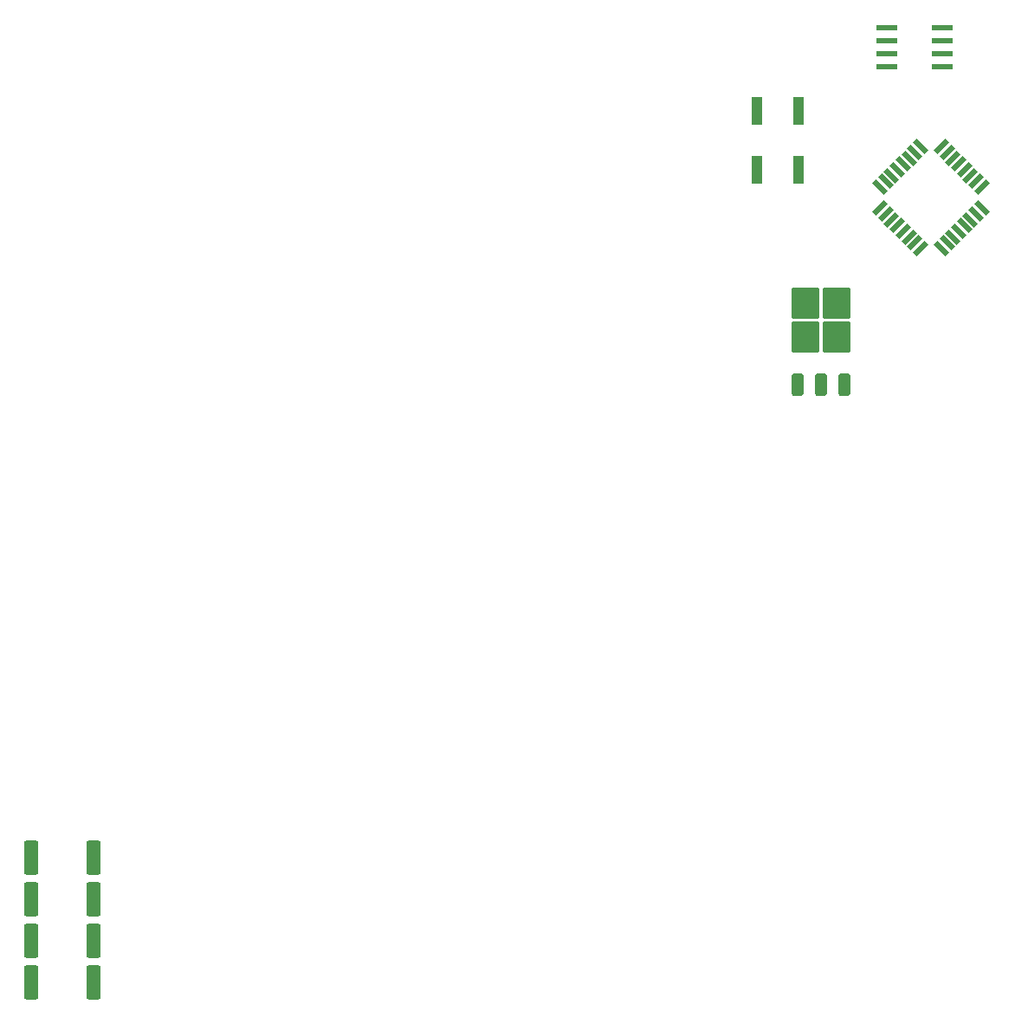
<source format=gbr>
%TF.GenerationSoftware,KiCad,Pcbnew,7.0.9*%
%TF.CreationDate,2024-03-27T11:04:52+01:00*%
%TF.ProjectId,supersmymps v2,73757065-7273-46d7-996d-70732076322e,rev?*%
%TF.SameCoordinates,Original*%
%TF.FileFunction,Paste,Top*%
%TF.FilePolarity,Positive*%
%FSLAX46Y46*%
G04 Gerber Fmt 4.6, Leading zero omitted, Abs format (unit mm)*
G04 Created by KiCad (PCBNEW 7.0.9) date 2024-03-27 11:04:52*
%MOMM*%
%LPD*%
G01*
G04 APERTURE LIST*
G04 Aperture macros list*
%AMRoundRect*
0 Rectangle with rounded corners*
0 $1 Rounding radius*
0 $2 $3 $4 $5 $6 $7 $8 $9 X,Y pos of 4 corners*
0 Add a 4 corners polygon primitive as box body*
4,1,4,$2,$3,$4,$5,$6,$7,$8,$9,$2,$3,0*
0 Add four circle primitives for the rounded corners*
1,1,$1+$1,$2,$3*
1,1,$1+$1,$4,$5*
1,1,$1+$1,$6,$7*
1,1,$1+$1,$8,$9*
0 Add four rect primitives between the rounded corners*
20,1,$1+$1,$2,$3,$4,$5,0*
20,1,$1+$1,$4,$5,$6,$7,0*
20,1,$1+$1,$6,$7,$8,$9,0*
20,1,$1+$1,$8,$9,$2,$3,0*%
%AMRotRect*
0 Rectangle, with rotation*
0 The origin of the aperture is its center*
0 $1 length*
0 $2 width*
0 $3 Rotation angle, in degrees counterclockwise*
0 Add horizontal line*
21,1,$1,$2,0,0,$3*%
G04 Aperture macros list end*
%ADD10RoundRect,0.249999X0.450001X1.425001X-0.450001X1.425001X-0.450001X-1.425001X0.450001X-1.425001X0*%
%ADD11RotRect,1.600000X0.550000X135.000000*%
%ADD12RotRect,1.600000X0.550000X225.000000*%
%ADD13R,1.000000X2.800000*%
%ADD14R,2.000000X0.600000*%
%ADD15RoundRect,0.250000X0.350000X-0.850000X0.350000X0.850000X-0.350000X0.850000X-0.350000X-0.850000X0*%
%ADD16RoundRect,0.250000X1.125000X-1.275000X1.125000X1.275000X-1.125000X1.275000X-1.125000X-1.275000X0*%
G04 APERTURE END LIST*
D10*
%TO.C,R17*%
X63690000Y-153416000D03*
X57590000Y-153416000D03*
%TD*%
D11*
%TO.C,U7*%
X146567305Y-85757103D03*
X147132990Y-85191417D03*
X147698676Y-84625732D03*
X148264361Y-84060047D03*
X148830047Y-83494361D03*
X149395732Y-82928676D03*
X149961417Y-82362990D03*
X150527103Y-81797305D03*
D12*
X150527103Y-79746695D03*
X149961417Y-79181010D03*
X149395732Y-78615324D03*
X148830047Y-78049639D03*
X148264361Y-77483953D03*
X147698676Y-76918268D03*
X147132990Y-76352583D03*
X146567305Y-75786897D03*
D11*
X144516695Y-75786897D03*
X143951010Y-76352583D03*
X143385324Y-76918268D03*
X142819639Y-77483953D03*
X142253953Y-78049639D03*
X141688268Y-78615324D03*
X141122583Y-79181010D03*
X140556897Y-79746695D03*
D12*
X140556897Y-81797305D03*
X141122583Y-82362990D03*
X141688268Y-82928676D03*
X142253953Y-83494361D03*
X142819639Y-84060047D03*
X143385324Y-84625732D03*
X143951010Y-85191417D03*
X144516695Y-85757103D03*
%TD*%
D10*
%TO.C,R18*%
X63690000Y-157480000D03*
X57590000Y-157480000D03*
%TD*%
D13*
%TO.C,SW1*%
X128556000Y-78084000D03*
X128556000Y-72284000D03*
X132556000Y-78084000D03*
X132556000Y-72284000D03*
%TD*%
D10*
%TO.C,R16*%
X63690000Y-149352000D03*
X57590000Y-149352000D03*
%TD*%
D14*
%TO.C,U3*%
X146677000Y-67945000D03*
X146677000Y-66675000D03*
X146677000Y-65405000D03*
X146677000Y-64135000D03*
X141227000Y-64135000D03*
X141227000Y-65405000D03*
X141227000Y-66675000D03*
X141227000Y-67945000D03*
%TD*%
D15*
%TO.C,U10*%
X132522000Y-99060000D03*
X134802000Y-99060000D03*
D16*
X133277000Y-94435000D03*
X136327000Y-94435000D03*
X133277000Y-91085000D03*
X136327000Y-91085000D03*
D15*
X137082000Y-99060000D03*
%TD*%
D10*
%TO.C,R15*%
X63690000Y-145288000D03*
X57590000Y-145288000D03*
%TD*%
M02*

</source>
